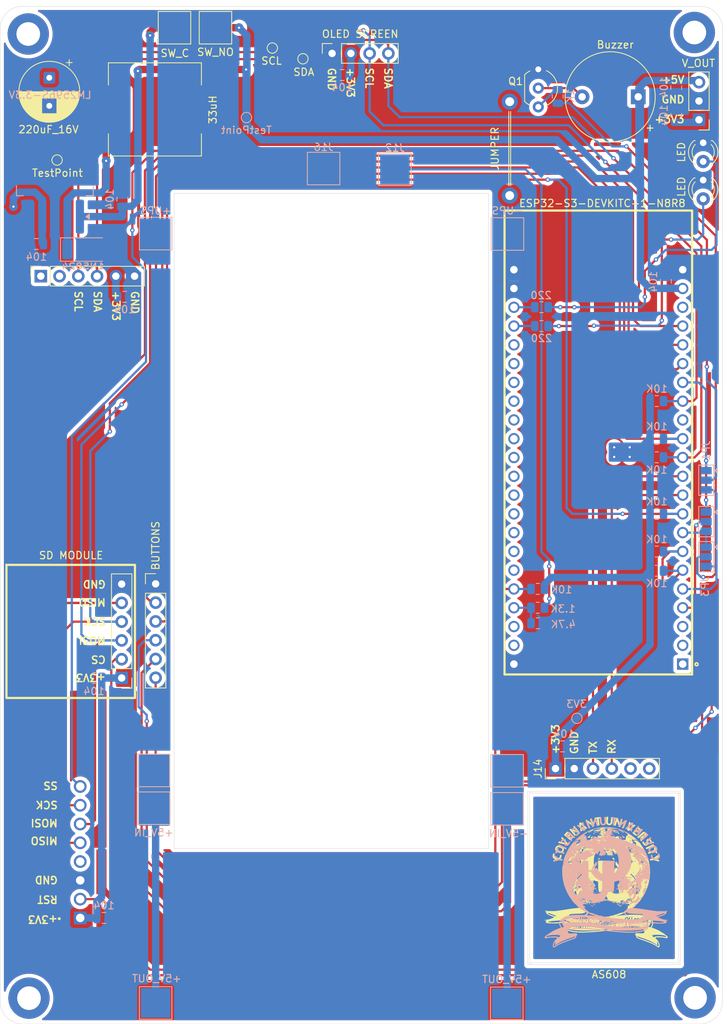
<source format=kicad_pcb>
(kicad_pcb (version 20241229) (generator "pcbnew") (generator_version "9.0")
  (layers (0 "F.Cu" signal) (2 "B.Cu" signal) (13 "F.Paste" user) (15 "B.Paste" user) (5 "F.SilkS" user "F.Silkscreen") (7 "B.SilkS" user "B.Silkscreen") (1 "F.Mask" user) (3 "B.Mask" user) (25 "Edge.Cuts" user))
  (net 0 "")
  (net 1 "GND")
  (net 2 "+3.3V")
  (net 3 "+5V")
  (net 4 "Net-(D1-A)")
  (net 5 "Net-(D2-K)")
  (net 6 "/SCL")
  (net 7 "/SDA")
  (net 8 "Net-(D3-A)")
  (net 10 "/TX")
  (net 11 "/RX")
  (net 12 "/SHARED_MOSI")
  (net 13 "/SD CARD CS")
  (net 14 "/SHARED_SCK")
  (net 15 "/SHARED_MISO")
  (net 16 "/BTN3")
  (net 17 "/BTN2")
  (net 18 "/BTN1")
  (net 19 "/BTN4")
  (net 20 "/BTN5")
  (net 21 "/CS3")
  (net 22 "/RC522 SS")
  (net 23 "/CS1")
  (net 24 "/CS2")
  (net 25 "/RC522 RST")
  (net 27 "Net-(J4-Pin_1)")
  (net 30 "Net-(U1-USB_D-{slash}GPIO19)")
  (net 31 "Net-(U1-USB_D+{slash}GPIO20)")
  (net 32 "Net-(U1-GPIO1)")
  (net 49 "Net-(J3-Pin_1)")
  (net 55 "Net-(J12-Pin_1)")
  (net 56 "Net-(J17-Pin_1)")
  (net 57 "Net-(BZ1--)")
  (net 58 "Net-(JP3-B)")
  (net 59 "Net-(Q1-B)")
  (footprint "MountingHole:MountingHole_3.2mm_M3_DIN965_Pad" (layer "F.Cu") (at 167.1025 161.7)
    (property "Reference" "REF**" (hide yes))
    (property "Value" "MountingHole_3.2mm_M3_DIN965_Pad" (hide yes))
  )
  (footprint "MountingHole:MountingHole_3.2mm_M3_DIN965_Pad" (layer "F.Cu") (at 167.0025 31.15)
    (property "Reference" "REF**" (hide yes))
    (property "Value" "MountingHole_3.2mm_M3_DIN965_Pad" (hide yes))
  )
  (footprint "Capacitor_THT:CP_Radial_D8.0mm_P3.80mm" (layer "F.Cu") (at 79.6525 37.2675 -90)
    (property "Reference" "C6" (hide yes))
    (property "Value" "220uF_16V")
  )
  (footprint "LED_THT:LED_D3.0mm" (layer "F.Cu") (at 168.2 51.11 -90)
    (property "Reference" "D3" (hide yes))
    (property "Value" "LED")
  )
  (footprint "Footprint:RC522 RFID" (layer "F.Cu") (at 111.6 142.45 90)
    (property "Reference" "U3" (hide yes))
    (property "Value" "RC522" (hide yes))
  )
  (footprint "MountingHole:MountingHole_3.2mm_M3_DIN965_Pad" (layer "F.Cu") (at 76.8025 31.35)
    (property "Reference" "REF**" (hide yes))
    (property "Value" "MountingHole_3.2mm_M3_DIN965_Pad" (hide yes))
  )
  (footprint "MountingHole:MountingHole_3.2mm_M3_DIN965_Pad" (layer "F.Cu") (at 76.9025 161.75)
    (property "Reference" "REF**" (hide yes))
    (property "Value" "MountingHole_3.2mm_M3_DIN965_Pad" (hide yes))
  )
  (footprint "TestPoint:TestPoint_Pad_D1.0mm" (layer "F.Cu") (at 114 34.7025)
    (property "Reference" "SDA1" (hide yes))
    (property "Value" "SDA")
  )
  (footprint "TestPoint:TestPoint_Pad_4.0x4.0mm" (layer "F.Cu") (at 102.1525 30.5)
    (property "Reference" "J18" (hide yes))
    (property "Value" "SW_NO")
  )
  (footprint "Connector_PinSocket_2.54mm:PinSocket_1x04_P2.54mm_Vertical" (layer "F.Cu") (at 117.95 33.975 90)
    (property "Reference" "J2" (hide yes))
    (property "Value" "OLED SCREEN")
  )
  (footprint "Package_TO_SOT_THT:TO-92_Inline_Wide" (layer "F.Cu") (at 145.87 36.13 -90)
    (property "Reference" "Q1")
    (property "Value" "2SC1815")
  )
  (footprint "Connector_PinSocket_2.54mm:PinSocket_1x06_P2.54mm_Vertical" (layer "F.Cu") (at 78.5 64.1 90)
    (property "Reference" "J1" (hide yes))
    (property "Value" "RTC")
  )
  (footprint "Connector_PinHeader_2.54mm:PinHeader_1x03_P2.54mm_Vertical" (layer "F.Cu") (at 167.63 42.95 180)
    (property "Reference" "J11" (hide yes))
    (property "Value" "V_OUT")
  )
  (footprint "LED_THT:LED_D3.0mm" (layer "F.Cu") (at 168.2 46.06 -90)
    (property "Reference" "D1" (hide yes))
    (property "Value" "LED")
  )
  (footprint "Connector_PinHeader_2.54mm:PinHeader_1x06_P2.54mm_Vertical" (layer "F.Cu") (at 148.2 130.7 90)
    (property "Reference" "J14")
    (property "Value" "AS608")
  )
  (footprint "Connector_PinHeader_2.54mm:PinHeader_1x06_P2.54mm_Vertical" (layer "F.Cu") (at 89.45 118.45 180)
    (property "Reference" "J15" (hide yes))
    (property "Value" "SD MODULE")
  )
  (footprint "TestPoint:TestPoint_Pad_D1.0mm" (layer "F.Cu") (at 109.8525 33.25)
    (property "Reference" "SCL1" (hide yes))
    (property "Value" "SCL")
  )
  (footprint "PCM_Jumper_AKL:Jumper_P12.70mm_D1.2mm" (layer "F.Cu") (at 142 53.2 90)
    (property "Reference" "REF**" (hide yes))
    (property "Value" "JUMPER")
  )
  (footprint "Inductor_SMD:L_12x12mm_H4.5mm" (layer "F.Cu") (at 93.95 41.55)
    (property "Reference" "L1" (hide yes))
    (property "Value" "33uH")
  )
  (footprint "logo:CULogo" (layer "F.Cu") (at 155.16 145.89)
    (property "Reference" "G***" (hide yes))
    (property "Value" "LOGO" (hide yes))
  )
  (footprint "TestPoint:TestPoint_Pad_D1.0mm" (layer "F.Cu") (at 80.7025 48.4)
    (property "Reference" "3.3V5" (hide yes))
    (property "Value" "TestPoint")
  )
  (footprint "Buzzer_Beeper:Buzzer_12x9.5RM7.6" (layer "F.Cu") (at 159.4025 39.85 180)
    (property "Reference" "BZ1" (hide yes))
    (property "Value" "Buzzer")
  )
  (footprint "Connector_PinHeader_2.54mm:PinHeader_1x06_P2.54mm_Vertical" (layer "F.Cu") (at 94.05 105.72)
    (property "Reference" "J13" (hide yes))
    (property "Value" "BUTTONS")
  )
  (footprint "TestPoint:TestPoint_Pad_4.0x4.0mm" (layer "F.Cu") (at 96.6025 30.5)
    (property "Reference" "J17" (hide yes))
    (property "Value" "SW_C")
  )
  (footprint "Footprint:ESP32-S3-DEVKITC" (layer "F.Cu") (at 154 86.6 180)
    (property "Reference" "U1" (hide yes))
    (property "Value" "ESP32-S3-DEVKITC-1-N8R8")
  )
  (footprint "Capacitor_SMD:C_0805_2012Metric" (layer "B.Cu") (at 163.15 64.8 90)
    (property "Reference" "C3" (hide yes))
    (property "Value" "104")
  )
  (footprint "Resistor_SMD:R_0805_2012Metric" (layer "B.Cu") (at 161.9125 103.95)
    (property "Reference" "R10" (hide yes))
    (property "Value" "10K")
  )
  (footprint "Resistor_SMD:R_0805_2012Metric" (layer "B.Cu") (at 161.9125 96.25)
    (property "Reference" "R8" (hide yes))
    (property "Value" "10K")
  )
  (footprint "TestPoint:TestPoint_Pad_D1.0mm" (layer "B.Cu") (at 151.1025 123.9 180)
    (property "Reference" "3.3V2" (hide yes))
    (property "Value" "3V3")
  )
  (footprint "Capacitor_SMD:C_0805_2012Metric" (layer "B.Cu") (at 89.55 53.7 90)
    (property "Reference" "C4" (hide yes))
    (property "Value" "104")
  )
  (footprint "Resistor_SMD:R_0805_2012Metric" (layer "B.Cu") (at 146.3 68.3 180)
    (property "Reference" "R3" (hide yes))
    (property "Value" "220")
  )
  (footprint "Capacitor_SMD:C_0805_2012Metric" (layer "B.Cu") (at 85.8 118.45 180)
    (property "Reference" "C11" (hide yes))
    (property "Value" "104")
  )
  (footprint "TestPoint:TestPoint_Pad_D1.0mm" (layer "B.Cu") (at 106.3525 42.65 180)
    (property "Reference" "5V1" (hide yes))
    (property "Value" "TestPoint")
  )
  (footprint "Capacitor_SMD:C_0805_2012Metric" (layer "B.Cu") (at 164.55 42.35 90)
    (property "Reference" "C5" (hide yes))
    (property "Value" "104")
  )
  (footprint "logo:CULogo" (layer "B.Cu") (at 154.98 145.91 180)
    (property "Reference" "G***" (hide yes))
    (property "Value" "LOGO" (hide yes))
  )
  (footprint "Capacitor_SMD:C_0805_2012Metric" (layer "B.Cu") (at 149.15 127.7)
    (property "Reference" "C10" (hide yes))
    (property "Value" "104")
  )
  (footprint "Capacitor_SMD:C_0805_2012Metric" (layer "B.Cu") (at 119.3 36.9 180)
    (property "Reference" "C1" (hide yes))
    (property "Value" "104")
  )
  (footprint "Capacitor_SMD:C_0805_2012Metric" (layer "B.Cu") (at 87.05 150.9)
    (property "Reference" "C9" (hide yes))
    (property "Value" "104")
  )
  (footprint "Resistor_SMD:R_0805_2012Metric" (layer "B.Cu") (at 146.3 70.85 180)
    (property "Reference" "R4" (hide yes))
    (property "Value" "220")
  )
  (footprint "TestPoint:TestPoint_Pad_4.0x4.0mm" (layer "B.Cu") (at 141.65 136.15 180)
    (property "Reference" "J6" (hide yes))
    (property "Value" "-5V_IN")
  )
  (footprint "Package_TO_SOT_SMD:TO-263-5_TabPin3" (layer "B.Cu") (at 80.4 48.4 90)
    (property "Reference" "U2" (hide yes))
    (property "Value" "LM2596S-3.3V")
  )
  (footprint "TestPoint:TestPoint_Pad_4.0x4.0mm" (layer "B.Cu") (at 141.6 162.45 180)
    (property "Reference" "J4" (hide yes))
    (property "Value" "+5V_OUT")
  )
  (footprint "TestPoint:TestPoint_Pad_4.0x4.0mm" (layer "B.Cu") (at 141.6525 131 180)
    (property "Reference" "J6" (hide yes))
    (property "Value" "-5V_IN")
  )
  (footprint "Capacitor_SMD:C_0805_2012Metric" (layer "B.Cu") (at 164.55 38.6 -90)
    (property "Reference" "C7" (hide yes))
    (property "Value" "104")
  )
  (footprint "Jumper:SolderJumper-3_P1.3mm_Open_Pad1.0x1.5mm" (layer "B.Cu") (at 168.6025 102.05 -90)
    (property "Reference" "JP3")
    (property "Value" "~")
  )
  (footprint "TestPoint:TestPoint_Pad_4.0x4.0mm" (layer "B.Cu") (at 93.8 136.06 180)
    (property "Reference" "J5" (hide yes))
    (property "Value" "+5V_IN")
  )
  (footprint "TestPoint:TestPoint_Pad_4.0x4.0mm" (layer "B.Cu") (at 116.8 49.55 180)
    (property "Reference" "J16")
    (property "Value" "-BATT")
  )
  (footprint "Jumper:SolderJumper-3_P1.3mm_Open_Pad1.0x1.5mm" (layer "B.Cu") (at 168.6 97.3 -90)
    (property "Reference" "JP2" (hide yes))
    (property "Value" "~")
  )
  (footprint "Capacitor_SMD:C_0805_2012Metric" (layer "B.Cu") (at 89.85 66.9)
    (property "Reference" "C2" (hide yes))
    (property "Value" "104")
  )
  (footprint "TestPoint:TestPoint_Pad_4.0x4.0mm" (layer "B.Cu") (at 141.7 58.4 180)
    (property "Reference" "J10" (hide yes))
    (property "Value" "-UPS")
  )
  (footprint "Resistor_SMD:R_0805_2012Metric" (layer "B.Cu") (at 148.5025 39.8 90)
    (property "Reference" "R12" (hide yes))
    (property "Value" "1K")
  )
  (footprint "TestPoint:TestPoint_Pad_4.0x4.0mm" (layer "B.Cu") (at 126.45 49.65 180)
    (property "Reference" "J12")
    (property "Value" "+BATT")
  )
  (footprint "Resistor_SMD:R_0805_2012Metric" (layer "B.Cu") (at 161.9125 81)
    (property "Reference" "R2" (hide yes))
    (property "Value" "10K")
  )
  (footprint "TestPoint:TestPoint_Pad_4.0x4.0mm" (layer "B.Cu") (at 93.76 130.95 180)
    (property "Reference" "J5" (hide yes))
    (property "Value" "+5V_IN")
  )
  (footprint "Resistor_SMD:R_0805_2012Metric" (layer "B.Cu") (at 161.9125 86.1)
    (property "Reference" "R7" (hide yes))
    (property "Value" "10K")
  )
  (footprint "Jumper:SolderJumper-3_P1.3mm_Open_Pad1.0x1.5mm" (layer "B.Cu") (at 168.6 91.7 -90)
    (property "Reference" "JP1")
    (property "Value" "~")
  )
  (footprint "Resistor_SMD:R_0805_2012Metric" (layer "B.Cu") (at 145.8 108.95 180)
    (property "Reference" "R5" (hide yes))
    (property "Value" "1.3K")
  )
  (footprint "TestPoint:TestPoint_Pad_4.0x4.0mm" (layer "B.Cu") (at 94.05 162.4 180)
    (property "Reference" "J3" (hide yes))
    (property "Value" "+5V_OUT")
  )
  (footprint "Resistor_SMD:R_0805_2012Metric" (layer "B.Cu") (at 161.9125 101.35)
    (property "Reference" "R9" (hide yes))
    (property "Value" "10K")
  )
  (footprint "Resistor_SMD:R_0805_2012Metric" (layer "B.Cu") (at 145.8 106.4 180)
    (property "Reference" "R11" (hide yes))
    (property "Value" "10K")
  )
  (footprint "TestPoint:TestPoint_Pad_4.0x4.0mm" (layer "B.Cu") (at 94.05 58.35 180)
    (property "Reference" "J9" (hide yes))
    (property "Value" "+UPS")
  )
  (footprint "Resistor_SMD:R_0805_2012Metric" (layer "B.Cu") (at 161.9125 88.6)
    (property "Reference" "R1" (hide yes))
    (property "Value" "10K")
  )
  (footprint "Diode_SMD:D_2010_5025Metric" (layer "B.Cu") (at 84.35 60.5)
    (property "Reference" "D2" (hide yes))
    (property "Value" "1N5824")
  )
  (footprint "Capacitor_SMD:C_0805_2012Metric" (layer "B.Cu") (at 77.9 59.75 180)
    (property "Reference" "C8" (hide yes))
    (property "Value" "104")
  )
  (footprint "Resistor_SMD:R_0805_2012Metric" (layer "B.Cu") (at 145.8 111.05)
    (property "Reference" "R6" (hide yes))
    (property "Value" "4.7K")
  )
  (gr_rect (start 73.85 103.15) (end 91.25 121.15) (stroke (width 0.3)) (fill no) (layer "F.SilkS"))
  (gr_line (start 73 162.23) (end 73 30.61) (stroke (width 0.05)) (layer "Edge.Cuts"))
  (gr_line (start 167.81 165.23) (end 76 165.23) (stroke (width 0.05)) (layer "Edge.Cuts"))
  (gr_arc (start 73 30.61) (mid 73.87868 28.48868) (end 76 27.61) (stroke (width 0.05)) (layer "Edge.Cuts"))
  (gr_rect (start 164.845625 134.1475) (end 165.09 156.7575) (stroke (width 0.05)) (fill no) (layer "Edge.Cuts"))
  (gr_rect (start 144.85 133.7675) (end 165.09 134.011875) (stroke (width 0.05)) (fill no) (layer "Edge.Cuts"))
  (gr_arc (start 167.81 27.61) (mid 169.93132 28.48868) (end 170.81 30.61) (stroke (width 0.05)) (layer "Edge.Cuts"))
  (gr_arc (start 170.81 162.23) (mid 169.93132 164.35132) (end 167.81 165.23) (stroke (width 0.05)) (layer "Edge.Cuts"))
  (gr_rect (start 144.85 156.96) (end 165.1 157.204375) (stroke (width 0.05)) (fill no) (layer "Edge.Cuts"))
  (gr_rect (start 96.55 52.9) (end 139.15 141.5) (stroke (width 0.05)) (fill no) (layer "Edge.Cuts"))
  (gr_arc (start 76 165.23) (mid 73.87868 164.35132) (end 73 162.23) (stroke (width 0.05)) (layer "Edge.Cuts"))
  (gr_line (start 170.81 30.61) (end 170.81 162.23) (stroke (width 0.05)) (layer "Edge.Cuts"))
  (gr_rect (start 144.455625 133.77) (end 144.7 157.21) (stroke (width 0.05)) (fill no) (layer "Edge.Cuts"))
  (gr_line (start 76 27.61) (end 167.81 27.61) (stroke (width 0.05)) (layer "Edge.Cuts"))
  (gr_text "GND" (at 87.4025 105.15 180) (layer "F.SilkS") (effects (font (size 1 1) (thickness 0.2) (bold yes)) (justify left bottom)))
  (gr_text "MOSI" (at 87.4025 112.75 180) (layer "F.SilkS") (effects (font (size 1 1) (thickness 0.2) (bold yes)) (justify left bottom)))
  (gr_text "RX" (at 156.4025 128.85 90) (layer "F.SilkS") (effects (font (size 1 1) (thickness 0.2) (bold yes)) (justify left bottom)))
  (gr_text "SDA" (at 85.6025 66 270) (layer "F.SilkS") (effects (font (size 1 1) (thickness 0.2) (bold yes)) (justify left bottom)))
  (gr_text "SCL" (at 83.0025 66 270) (layer "F.SilkS") (effects (font (size 1 1) (thickness 0.2) (bold yes)) (justify left bottom)))
  (gr_text "+3V3" (at 161.500119 43.475 0) (layer "F.SilkS") (effects (font (size 1 1) (thickness 0.2) (bold yes)) (justify left bottom)))
  (gr_text "MOSI" (at 80.9025 137.45 180) (layer "F.SilkS") (effects (font (size 1 1) (thickness 0.2) (bold yes)) (justify left bottom)))
  (gr_text "RST" (at 80.9025 147.8 180) (layer "F.SilkS") (effects (font (size 1 1) (thickness 0.2) (bold yes)) (justify left bottom)))
  (gr_text "SCK" (at 80.9025 135 180) (layer "F.SilkS") (effects (font (size 1 1) (thickness 0.2) (bold yes)) (justify left bottom)))
  (gr_text "+3V3" (at 80.9025 150.5 180) (layer "F.SilkS") (effects (font (size 1 1) (thickness 0.2) (bold yes)) (justify left bottom)))
  (gr_text "MISO" (at 80.9025 139.85 180) (layer "F.SilkS") (effects (font (size 1 1) (thickness 0.2) (bold yes)) (justify left bottom)))
  (gr_text "SDA" (at 124.9525 35.8 270) (layer "F.SilkS") (effects (font (size 1 1) (thickness 0.2) (bold yes)) (justify left bottom)))
  (gr_text "GND" (at 80.9025 145.15 180) (layer "F.SilkS") (effects (font (size 1 1) (thickness 0.2) (bold yes)) (justify left bottom)))
  (gr_text "+3V3" (at 148.8025 128.85 90) (layer "F.SilkS") (effects (font (size 1 1) (thickness 0.2) (bold yes)) (justify left bottom)))
  (gr_text "SCK" (at 87.4025 110.2 180) (layer "F.SilkS") (effects (font (size 1 1) (thickness 0.2) (bold yes)) (justify left bottom)))
  (gr_text "+3V3" (at 119.8525 35.8 270) (layer "F.SilkS") (effects (font (size 1 1) (thickness 0.2) (bold yes)) (justify left bottom)))
  (gr_text "+5V" (at 162.4525 38.125 0) (layer "F.SilkS") (effects (font (size 1 1) (thickness 0.2) (bold yes)) (justify left bottom)))
  (gr_text "+3V3" (at 87.4025 117.8 180) (layer "F.SilkS") (effects (font (size 1 1) (thickness 0.2) (bold yes)) (justify left bottom)))
  (gr_text "CS" (at 87.4025 115.35 180) (layer "F.SilkS") (effects (font (size 1 1) (thickness 0.2) (bold yes)) (justify left bottom)))
  (gr_text "SS" (at 80.9025 132.4 180) (layer "F.SilkS") (effects (font (size 1 1) (thickness 0.2) (bold yes)) (justify left bottom)))
  (gr_text "GND" (at 117.3025 35.8 270) (layer "F.SilkS") (effects (font (size 1 1) (thickness 0.2) (bold yes)) (justify left bottom)))
  (gr_text "SCL" (at 122.4025 35.8 270) (layer "F.SilkS") (effects (font (size 1 1) (thickness 0.2) (bold yes)) (justify left bottom)))
  (gr_text "+3V3" (at 88.1025 66 270) (layer "F.SilkS") (effects (font (size 1 1) (thickness 0.2) (bold yes)) (justify left bottom)))
  (gr_text "GND" (at 162.4525 40.8 0) (layer "F.SilkS") (effects (font (size 1 1) (thickness 0.2) (bold yes)) (justify left bottom)))
  (gr_text "MISO" (at 87.4025 107.6 180) (layer "F.SilkS") (effects (font (size 1 1) (thickness 0.2) (bold yes)) (justify left bottom)))
  (gr_text "TX" (at 153.869167 128.85 90) (layer "F.SilkS") (effects (font (size 1 1) (thickness 0.2) (bold yes)) (justify left bottom)))
  (gr_text "GND" (at 151.335833 128.85 90) (layer "F.SilkS") (effects (font (size 1 1) (thickness 0.2) (bold yes)) (justify left bottom)))
  (gr_text "GND" (at 90.6525 66 270) (layer "F.SilkS") (effects (font (size 1 1) (thickness 0.2) (bold yes)) (justify left bottom)))
  (segment (start 91.2 63.5475) (end 91.2 64.1) (width 1) (layer "B.Cu") (net 1))
  (segment (start 88.1525 60.5) (end 91.2 63.5475) (width 1) (layer "B.Cu") (net 1))
  (segment (start 86.6 60.5) (end 88.1525 60.5) (width 1) (layer "B.Cu") (net 1))
  (segment (start 87.6 67.2) (end 88.66 66.14) (width 1) (layer "F.Cu") (net 2))
  (segment (start 74.8 65.6) (end 76.4 67.2) (width 1) (layer "F.Cu") (net 2))
  (segment (start 76.4 67.2) (end 87.6 67.2) (width 1) (layer "F.Cu") (net 2))
  (segment (start 88.66 66.14) (end 88.66 64.1) (width 1) (layer "F.Cu") (net 2))
  (segment (start 98.9 41.55) (end 98.1 42.35) (width 1) (layer "F.Cu") (net 2))
  (segment (start 74.8 54.7) (end 74.8 65.6) (width 1) (layer "F.Cu") (net 2))
  (via (at 158.25 87.25) (size 1.2) (drill 0.3) (layers "F.Cu" "B.Cu") (net 2))
  (via (at 156.15 88.55) (size 1.2) (drill 0.3) (layers "F.Cu" "B.Cu") (net 2))
  (via (at 158.25 88.55) (size 1.2) (drill 0.3) (layers "F.Cu" "B.Cu") (net 2))
  (via (at 74.8 54.7) (size 1.2) (drill 0.3) (layers "F.Cu" "B.Cu") (net 2))
  (via (at 156.15 87.25) (size 1.2) (drill 0.3) (layers "F.Cu" "B.Cu") (net 2))
  (segment (start 161 86.1) (end 161 88.6) (width 1) (layer "B.Cu") (net 2))
  (segment (start 158.3 88.6) (end 158.25 88.55) (width 1) (layer "B.Cu") (net 2))
  (segment (start 167.28 43.3) (end 167.63 42.95) (width 1) (layer "B.Cu") (net 2))
  (segment (start 148.2 127.7) (end 148.2 126.7525) (width 1) (layer "B.Cu") (net 2))
  (segment (start 161 96.25) (end 161 101.35) (width 1) (layer "B.Cu") (net 2))
  (segment (start 120.49 33.975) (end 120.49 36.66) (width 1) (layer "B.Cu") (net 2))
  (segment (start 75.6 52.75) (end 74.8 53.55) (width 1) (layer "B.Cu") (net 2))
  (segment (start 158.25 88.55) (end 156.15 88.55) (width 1) (layer "B.Cu") (net 2))
  (segment (start 161 88.6) (end 158.3 88.6) (width 1) (layer "B.Cu") (net 2))
  (segment (start 161 105.7) (end 161 103.95) (width 1) (layer "B.Cu") (net 2))
  (segment (start 78.7 53.75) (end 77.7 52.75) (width 1) (layer "B.Cu") (net 2))
  (segment (start 147.65 104.85) (end 159.25 104.85) (width 1) (layer "B.Cu") (net 2))
  (segment (start 160.1 104.85) (end 161 103.95) (width 1) (layer "B.Cu") (net 2))
  (segment (start 86.1 148.7) (end 86.75 148.05) (width 1) (layer "B.Cu") (net 2))
  (segment (start 161 104.45) (end 161 103.9) (width 1) (layer "B.Cu") (net 2))
  (segment (start 161 81) (end 161 86.1) (width 1) (layer "B.Cu") (net 2))
  (segment (start 120.49 36.66) (end 120.25 36.9) (width 1) (layer "B.Cu") (net 2))
  (segment (start 86.75 118.45) (end 89.45 118.45) (width 1) (layer "B.Cu") (net 2))
  (segment (start 86.75 148.05) (end 86.75 118.45) (width 1) (layer "B.Cu") (net 2))
  (segment (start 159.25 104.85) (end 160.15 104.85) (width 1) (layer "B.Cu") (net 2))
  (segment (start 78.7 56.05) (end 78.7 53.75) (width 1) (layer "B.Cu") (net 2))
  (segment (start 156.15 87.25) (end 156.15 88.55) (width 1) (layer "B.Cu") (net 2))
  (segment (start 161 81) (end 161 80.4) (width 1) (layer "B.Cu") (net 2))
  (segment (start 146.7125 105.7875) (end 147.65 104.85) (width 1) (layer "B.Cu") (net 2))
  (segment (start 161 88.6) (end 161 96.25) (width 1) (layer "B.Cu") (net 2))
  (segment (start 148.2 126.7525) (end 161 113.9525) (width 1) (layer "B.Cu") (net 2))
  (segment (start 158.25 87.25) (end 158.25 88.55) (width 1) (layer "B.Cu") (net 2))
  (segment (start 161 101.35) (end 161 103.9) (width 1) (layer "B.Cu") (net 2))
  (segment (start 88.66 64.1) (end 88.66 66.66) (width 1) (layer "B.Cu") (net 2))
  (segment (start 146.7125 106.4) (end 146.7125 105.7875) (width 1) (layer "B.Cu") (net 2))
  (segment (start 148.2 130.7) (end 148.2 127.7) (width 1) (layer "B.Cu") (net 2))
  (segment (start 74.8 53.55) (end 74.8 54.7) (width 1) (layer "B.Cu") (net 2))
  (segment (start 159.25 104.85) (end 160.1 104.85) (width 1) (layer "B.Cu") (net 2))
  (segment (start 164.55 43.3) (end 167.28 43.3) (width 1) (layer "B.Cu") (net 2))
  (segment (start 161 103.9) (end 161 103.85) (width 1) (layer "B.Cu") (net 2))
  (segment (start 78.7 56.05) (end 78.7 59.6) (width 1) (layer "B.Cu") (net 2))
  (segment (start 86.1 150.9) (end 83.84 150.9) (width 1) (layer "B.Cu") (net 2))
  (segment (start 86.1 150.9) (end 86.1 148.7) (width 1) (layer "B.Cu") (net 2))
  (segment (start 77.7 52.75) (end 75.6 52.75) (width 1) (layer "B.Cu") (net 2))
  (segment (start 160.15 104.85) (end 161 105.7) (width 1) (layer "B.Cu") (net 2))
  (segment (start 161 113.9525) (end 161 105.7) (width 1) (layer "B.Cu") (net 2))
  (segment (start 160.6 104.85) (end 161 104.45) (width 1) (layer "B.Cu") (net 2))
  (segment (start 88.66 66.66) (end 88.9 66.9) (width 1) (layer "B.Cu") (net 2))
  (segment (start 78.7 59.6) (end 78.85 59.75) (width 1) (layer "B.Cu") (net 2))
  (segment (start 159.25 104.85) (end 160.6 104.85) (width 1) (layer "B.Cu") (net 2))
  (segment (start 105.35 30.5) (end 102.1525 30.5) (width 1) (layer "F.Cu") (net 3))
  (segment (start 91.8525 36.15) (end 106.3 36.15) (width 1) (layer "F.Cu") (net 3))
  (segment (start 91.6525 36.35) (end 91.8525 36.15) (width 1) (layer "F.Cu") (net 3))
  (via (at 91.6525 36.35) (size 1.2) (drill 0.3) (layers "F.Cu" "B.Cu") (net 3))
  (via (at 106.3 36.15) (size 1.2) (drill 0.3) (layers "F.Cu" "B.Cu") (net 3))
  (via (at 105.35 30.5) (size 1.2) (drill 0.3) (layers "F.Cu" "B.Cu") (net 3))
  (segment (start 159.5 50.8) (end 159.5 49.6) (width 1) (layer "B.Cu") (net 3))
  (segment (start 163.15 65.75) (end 161 65.75) (width 1) (layer "B.Cu") (net 3))
  (segment (start 157.15 50.9) (end 158.2 50.9) (width 1) (layer "B.Cu") (net 3))
  (segment (start 148.35 45.65) (end 153.6 50.9) (width 1) (layer "B.Cu") (net 3))
  (segment (start 159.7 53.95) (end 159.7 52) (width 1) (layer "B.Cu") (net 3))
  (segment (start 153.6 50.9) (end 157.15 50.9) (width 1) (layer "B.Cu") (net 3))
  (segment (start 159.6 50.9) (end 159.5 50.8) (width 1) (layer "B.Cu") (net 3))
  (segment (start 160.5 37.65) (end 162.45 37.65) (width 1) (layer "B.Cu") (net 3))
  (segment (start 91.6525 40.3475) (end 91.65 40.35) (width 1) (layer "B.Cu") (net 3))
  (segment (start 159.7 64.45) (end 159.7 58.082538) (width 1) (layer "B.Cu") (net 3))
  (segment (start 164.55 37.65) (end 167.41 37.65) (width 1) (layer "B.Cu") (net 3))
  (segment (start 159.7 52) (end 159.7 51) (width 1) (layer "B.Cu") (net 3))
  (segment (start 90.81375 54.65) (end 89.55 54.65) (width 1) (layer "B.Cu") (net 3))
  (segment (start 158.6 50.9) (end 159.7 52) (width 1) (layer "B.Cu") (net 3))
  (segment (start 105.35 30.5) (end 106.4 31.55) (width 1) (layer "B.Cu") (net 3))
  (segment (start 91.6525 36.35) (end 91.6525 40.3475) (width 1) (layer "B.Cu") (net 3))
  (segment (start 91.65 53.81375) (end 90.81375 54.65) (width 1) (layer "B.Cu") (net 3))
  (segment (start 106.4 43.65) (end 108.4 45.65) (width 1) (layer "B.Cu") (net 3))
  (segment (start 106.3 43.55) (end 106.4 43.65) (width 1) (layer "B.Cu") (net 3))
  (segment (start 89.55 54.65) (end 89.55 56.05) (width 1) (layer "B.Cu") (net 3))
  (segment (start 161 65.75) (end 159.7 64.45) (width 1) (layer "B.Cu") (net 3))
  (segment (start 91.65 40.35) (end 91.65 53.81375) (width 1) (layer "B.Cu") (net 3))
  (segment (start 106.3 36.15) (end 106.4 36.05) (width 1) (layer "B.Cu") (net 3))
  (segment (start 163.15 65.75) (end 165.41 65.75) (width 1) (layer "B.Cu") (net 3))
  (segment (start 159.5 38.65) (end 160.5 37.65) (width 1) (layer "B.Cu") (net 3))
  (segment (start 108.4 45.65) (end 148.35 45.65) (width 1) (layer "B.Cu") (net 3))
  (segment (start 157.15 50.9) (end 159.6 50.9) (width 1) (layer "B.Cu") (net 3))
  (segment (start 106.3 36.15) (end 106.3 43.55) (width 1) (layer "B.Cu") (net 3))
  (segment (start 159.7 38.45) (end 160.5 37.65) (width 1) (layer "B.Cu") (net 3))
  (segment (start 157.15 50.9) (end 158.6 50.9) (width 1) (layer "B.Cu") (net 3))
  (segment (start 106.4 31.55) (end 106.4 43.65) (width 1) (layer "B.Cu") (net 3))
  (segment (start 159.7 51) (end 159.6 50.9) (width 1) (layer "B.Cu") (net 3))
  (segment (start 87.6 56.05) (end 83.8 56.05) (width 1) (layer "B.Cu") (net 3))
  (segment (start 167.41 37.65) (end 167.63 37.87) (width 1) (layer "B.Cu") (net 3))
  (segment (start 158.2 50.9) (end 159.5 49.6) (width 1) (layer "B.Cu") (net 3))
  (segment (start 159.7 58.082538) (end 159.7 53.95) (width 1) (layer "B.Cu") (net 3))
  (segment (start 159.7 53.95) (end 159.7 38.45) (width 1) (layer "B.Cu") (net 3))
  (segment (start 159.5 49.6) (end 159.5 38.65) (width 1) (layer "B.Cu") (net 3))
  (segment (start 89.55 56.05) (end 87.6 56.05) (width 1) (layer "B.Cu") (net 3))
  (segment (start 106.4 36.05) (end 106.4 31.55) (width 1) (layer "B.Cu") (net 3))
  (segment (start 162.45 37.65) (end 164.55 37.65) (width 1) (layer "B.Cu") (net 3))
  (segment (start 165.41 65.75) (end 165.43 65.77) (width 1) (layer "B.Cu") (net 3))
  (segment (start 161.80724 61.854893) (end 160.95 62.712133) (width 0.3) (layer "F.Cu") (net 4))
  (segment (start 160.95 62.75) (end 160.3 63.4) (width 0.3) (layer "F.Cu") (net 4))
  (segment (start 160.95 62.712133) (end 160.95 62.75) (width 0.3) (layer "F.Cu") (net 4))
  (segment (start 160.3 63.4) (end 160.3 66.9) (width 0.3) (layer "F.Cu") (net 4))
  (segment (start 150.75 68.3) (end 148.85 68.3) (width 0.3) (layer "F.Cu") (net 4))
  (via (at 161.80724 61.854893) (size 0.6) (drill 0.3) (layers "F.Cu" "B.Cu") (net 4))
  (via (at 150.75 68.3) (size 0.6) (drill 0.3) (layers "F.Cu" "B.Cu") (net 4))
  (via (at 148.85 68.3) (size 0.6) (drill 0.3) (layers "F.Cu" "B.Cu") (net 4))
  (via (at 160.3 66.9) (size 0.6) (drill 0.3) (layers "F.Cu" "B.Cu") (net 4))
  (segment (start 169.699 48.6) (end 168.2 48.6) (width 0.3) (layer "B.Cu") (net 4))
  (segment (start 160.3 67.75) (end 160.3 66.9) (width 0.3) (layer "B.Cu") (net 4))
  (segment (start 159.75 68.3) (end 160.3 67.75) (width 0.3) (layer "B.Cu") (net 4))
  (segment (start 161.820107 61.854893) (end 163.125 60.55) (width 0.3) (layer "B.Cu") (net 4))
  (segment (start 150.75 68.3) (end 159.75 68.3) (width 0.3) (layer "B.Cu") (net 4))
  (segment (start 148.85 68.3) (end 147.2125 68.3) (width 0.3) (layer "B.Cu") (net 4))
  (segment (start 163.125 60.55) (end 169.35 60.55) (width 0.3) (layer "B.Cu") (net 4))
  (segment (start 169.35 60.55) (end 169.999 59.901) (width 0.3) (layer "B.Cu") (net 4))
  (segment (start 161.80724 61.854893) (end 161.820107 61.854893) (width 0.3) (layer "B.Cu") (net 4))
  (segment (start 169.999 48.9) (end 169.699 48.6) (width 0.3) (layer "B.Cu") (net 4))
  (segment (start 169.999 59.901) (end 169.999 48.9) (width 0.3) (layer "B.Cu") (net 4))
  (segment (start 87.3525 46.02625) (end 89 44.37875) (width 1) (layer "F.Cu") (net 5))
  (segment (start 87.3525 48.5025) (end 87.3525 46.02625) (width 1) (layer "F.Cu") (net 5))
  (segment (start 89 44.37875) (end 89 41.55) (width 1) (layer "F.Cu") (net 5))
  (via (at 87.3525 48.5025) (size 1.2) (drill 0.3) (layers "F.Cu" "B.Cu") (net 5))
  (segment (start 87.3525 48.5025) (end 87.3525 52.1975) (width 1) (layer "B.Cu") (net 5))
  (segment (start 86.701 52.849) (end 83.016312 52.849) (width 1) (layer "B.Cu") (net 5))
  (segment (start 83.016312 52.849) (end 82.1 53.765312) (width 1) (layer "B.Cu") (net 5))
  (segment (start 82.1 56.05) (end 82.1 60.5) (width 1) (layer "B.Cu") (net 5))
  (segment (start 87.3525 52.1975) (end 86.701 52.849) (width 1) (layer "B.Cu") (net 5))
  (segment (start 82.1 53.765312) (end 82.1 56.05) (width 1) (layer "B.Cu") (net 5))
  (segment (start 109.314375 33.8) (end 112.264375 30.85) (width 0.3) (layer "F.Cu") (net 6))
  (segment (start 112.264375 30.85) (end 122.2 30.85) (width 0.3) (layer "F.Cu") (net 6))
  (segment (start 123.05 33.995) (end 123.03 33.975) (width 0.3) (layer "F.Cu") (net 6))
  (segment (start 166.84 81.01) (end 165.43 81.01) (width 0.3) (layer "F.Cu") (net 6))
  (segment (start 85.0525 33.8) (end 109.314375 33.8) (width 0.3) (layer "F.Cu") (net 6))
  (segment (start 83.58 64.1) (end 83.58 35.2725) (width 0.3) (layer "F.Cu") (net 6))
  (segment (start 167.3 80.55) (end 166.84 81.01) (width 0.3) (layer "F.Cu") (net 6))
  (segment (start 83.58 35.2725) (end 85.0525 33.8) (width 0.3) (layer "F.Cu") (net 6))
  (segment (start 154.95 48.65) (end 167.3 61) (width 0.3) (layer "F.Cu") (net 6))
  (segment (start 167.3 61) (end 167.3 80.55) (width 0.3) (layer "F.Cu") (net 6))
  (via (at 122.2 30.85) (size 0.6) (drill 0.3) (layers "F.Cu" "B.Cu") (net 6))
  (via (at 154.95 48.65) (size 0.6) (drill 0.3) (layers "F.Cu" "B.Cu") (net 6))
  (segment (start 154.95 48.65) (end 150 43.7) (width 0.3) (layer "B.Cu") (net 6))
  (segment (start 123.03 31.68) (end 123.03 33.975) (width 0.3) (layer "B.Cu") (net 6))
  (segment (start 122.2 30.85) (end 123.03 31.68) (width 0.3) (layer "B.Cu") (net 6))
  (segment (start 165.42 81) (end 165.43 81.01) (width 0.3) (layer "B.Cu") (net 6))
  (segment (start 150 43.7) (end 124.9 43.7) (width 0.3) (layer "B.Cu") (net 6))
  (segment (start 124.9 43.7) (end 123.03 41.83) (width 0.3) (layer "B.Cu") (net 6))
  (segment (start 162.825 81) (end 165.42 81) (width 0.3) (layer "B.Cu") (net 6))
  (segment (start 123.03 41.83) (end 123.03 33.975) (width 0.3) (layer "B.Cu") (net 6))
  (segment (start 125.5525 32.8) (end 125.5525 33.2025) (width 0.3) (layer "F.Cu") (net 7))
  (segment (start 86.12 64.1) (end 86.12 35.9325) (width 0.3) (layer "F.Cu") (net 7))
  (segment (start 125.5525 33.2025) (end 125.57 33.22) (width 0.3) (layer "F.Cu") (net 7))
  (segment (start 167.02 88.63) (end 165.43 88.63) (width 0.3) (layer "F.Cu") (net 7))
  (segment (start 156.05 48.15) (end 167.949 60.049) (width 0.3) (layer "F.Cu") (net 7))
  (segment (start 86.12 35.9325) (end 87.3025 34.75) (width 0.3) (layer "F.Cu") (net 7))
  (segment (start 125.57 33.22) (end 125.57 33.975) (width 0.3) (layer "F.Cu") (net 7))
  (segment (start 167.949 87.701) (end 167.02 88.63) (width 0.3) (layer "F.Cu") (net 7))
  (segment (start 87.3025 34.75) (end 114 34.75) (width 0.3) (layer "F.Cu") (net 7))
  (segment (start 167.949 60.049) (end 167.949 87.701) (width 0.3) (layer "F.Cu") (net 7))
  (segment (start 124.9025 32.15) (end 125.5525 32.8) (width 0.3) (layer "F.Cu") (net 7))
  (segment (start 114 34.75) (end 116.6 32.15) (width 0.3) (layer "F.Cu") (net 7))
  (segment (start 116.6 32.15) (end 124.9025 32.15) (width 0.3) (layer "F.Cu") (net 7))
  (via (at 156.05 48.15) (size 0.6) (drill 0.3) (layers "F.Cu" "B.Cu") (net 7))
  (segment (start 162.825 88.6) (end 165.4 88.6) (width 0.3) (layer "B.Cu") (net 7))
  (segment (start 165.4 88.6) (end 165.43 88.63) (width 0.3) (layer "B.Cu") (net 7))
  (segment (start 125.57 41.07) (end 125.57 33.975) (width 0.3) (layer "B.Cu") (net 7))
  (segment (start 150.5 42.6) (end 127.1 42.6) (width 0.3) (layer "B.Cu") (net 7))
  (segment (start 127.1 42.6) (end 125.57 41.07) (width 0.3) (layer "B.Cu") (net 7))
  (segment (start 156.05 48.15) (end 150.5 42.6) (width 0.3) (layer "B.Cu") (net 7))
  (segment (start 162.6 59.425) (end 162.6 70.1) (width 0.3) (layer "F.Cu") (net 8))
  (segment (start 153.4 70.8) (end 153.35 70.85) (width 0.3) (layer "F.Cu") (net 8))
  (segment (start 163.85 59.15) (end 162.875 59.15) (width 0.3) (layer "F.Cu") (net 8))
  (segment (start 153.35 70.85) (end 148.65 70.85) (width 0.3) (layer "F.Cu") (net 8))
  (segment (start 162.875 59.15) (end 162.6 59.425) (width 0.3) (layer "F.Cu") (net 8))
  (via (at 153.4 70.8) (size 0.6) (drill 0.3) (layers "F.Cu" "B.Cu") (net 8))
  (via (at 162.6 70.1) (size 0.6) (drill 0.3) (layers "F.Cu" "B.Cu") (net 8))
  (via (at 163.85 59.15) (size 0.6) (drill 0.3) (layers "F.Cu" "B.Cu") (net 8))
  (via (at 148.65 70.85) (size 0.6) (drill 0.3) (layers "F.Cu" "B.Cu") (net 8))
  (segment (start 162.6 70.3) (end 162.1 70.8) (width 0.3) (layer "B.Cu") (net 8))
  (segment (start 162.1 70.8) (end 153.4 70.8) (width 0.3) (layer "B.Cu") (net 8))
  (segment (start 168.2 53.65) (end 168.2 58.45) (width 0.3) (layer "B.Cu") (net 8))
  (segment (start 148.65 70.85) (end 147.2125 70.85) (width 0.3) (layer "B.Cu") (net 8))
  (segment (start 167.5 59.15) (end 163.85 59.15) (width 0.3) (layer "B.Cu") (net 8))
  (segment (start 168.2 58.45) (end 167.5 59.15) (width 0.3) (layer "B.Cu") (net 8))
  (segment (start 162.6 70.1) (end 162.6 70.3) (width 0.3) (layer "B.Cu") (net 8))
  (segment (start 157.24 93.71) (end 155.82 95.13) (width 0.3) (layer "F.Cu") (net 10))
  (segment (start 165.43 93.71) (end 157.24 93.71) (width 0.3) (layer "F.Cu") (net 10))
  (segment (start 155.82 95.13) (end 155.82 130.7) (width 0.3) (layer "F.Cu") (net 10))
  (segment (start 153.28 130.7) (end 153.28 92.57) (width 0.3) (layer "F.Cu") (net 11))
  (segment (start 153.28 92.57) (end 154.68 91.17) (width 0.3) (layer "F.Cu") (net 11))
  (segment (start 154.68 91.17) (end 165.43 91.17) (width 0.3) (layer "F.Cu") (net 11))
  (segment (start 164.665 76.695) (end 158.215 76.695) (width 0.3) (layer "F.Cu") (net 12))
  (segment (start 83.84 138.2) (end 85.3 138.2) (width 0.3) (layer "F.Cu") (net 12))
  (segment (start 85.85 114.25) (end 86.73 113.37) (width 0.3) (layer "F.Cu") (net 12))
  (segment (start 85.3 138.2) (end 85.85 137.65) (width 0.3) (layer "F.Cu") (net 12))
  (segment (start 157.5 75.98) (end 157.5 55.65) (width 0.3) (layer "F.Cu") (net 12))
  (segment (start 86.73 113.37) (end 89.45 113.37) (width 0.3) (layer "F.Cu") (net 12))
  (segment (start 85.85 137.65) (end 85.85 114.25) (width 0.3) (layer "F.Cu") (net 12))
  (segment (start 158.215 76.695) (end 157.5 75.98) (width 0.3) (layer "F.Cu") (net 12))
  (segment (start 165.43 75.93) (end 164.665 76.695) (width 0.3) (layer "F.Cu") (net 12))
  (segment (start 157.5 55.65) (end 151.25 49.4) (width 0.3) (layer "F.Cu") (net 12))
  (segment (start 151.25 49.4) (end 95.3 49.4) (width 0.3) (layer "F.Cu") (net 12))
  (segment (start 94.1 76.8) (end 89.45 81.45) (width 0.3) (layer "F.Cu") (net 12))
  (segment (start 95.3 49.4) (end 94.1 50.6) (width 0.3) (layer "F.Cu") (net 12))
  (segment (start 94.1 50.6) (end 94.1 76.8) (width 0.3) (layer "F.Cu") (net 12))
  (via (at 89.45 81.45) (size 0.6) (drill 0.3) (layers "F.Cu" "B.Cu") (net 12))
  (segment (start 84 86.9) (end 84 112.55) (width 0.3) (layer "B.Cu") (net 12))
  (segment (start 84 112.55) (end 84.82 113.37) (width 0.3) (layer "B.Cu") (net 12))
  (segment (start 84.82 113.37) (end 89.45 113.37) (width 0.3) (layer "B.Cu") (net 12))
  (segment (start 89.45 81.45) (end 84 86.9) (width 0.3) (layer "B.Cu") (net 12))
  (segment (start 89.45 115.91) (end 88.57 115.91) (width 0.3) (layer "F.Cu") (net 13))
  (segment (start 169.35 109.75) (end 167.1025 107.5025) (width 0.3) (layer "F.Cu") (net 13))
  (segment (start 169.35 123) (end 169.35 109.75) (width 0.3) (layer "F.Cu") (net 13))
  (segment (start 167.1025 107.5025) (end 167.1025 97.972) (width 0.3) (layer "F.Cu") (net 13))
  (segment (start 166.55 156.75125) (end 166.55 125.8) (width 0.3) (layer "F.Cu") (net 13))
  (segment (start 90.525 149.125) (end 90.525 155.125) (width 0.3) (layer "F.Cu") (net 13))
  (segment (start 165.40125 157.9) (end 166.55 156.75125) (width 0.3) (layer "F.Cu") (net 13))
  (segment (start 166.55 125.8) (end 167.15 125.2) (width 0.3) (layer "F.Cu") (net 13))
  (segment (start 88.57 115.91) (end 88.049 116.431) (width 0.3) (layer "F.Cu") (net 13))
  (segment (start 93.3 157.9) (end 165.40125 157.9) (width 0.3) (layer "F.Cu") (net 13))
  (segment (start 90.525 155.125) (end 93.3 157.9) (width 0.3) (layer "F.Cu") (net 13))
  (segment (start 167.1025 97.972) (end 167.2745 97.8) (width 0.3) (layer "F.Cu") (net 13))
  (segment (start 88.049 116.431) (end 88.049 146.649) (width 0.3) (layer "F.Cu") (net 13))
  (segment (start 88.049 146.649) (end 90.525 149.125) (width 0.3) (layer "F.Cu") (net 13))
  (via (at 167.2745 97.8) (size 0.6) (drill 0.3) (layers "F.Cu" "B.Cu") (net 13))
  (via (at 169.35 123) (size 0.6) (drill 0.3) (layers "F.Cu" "B.Cu") (net 13))
  (via (at 167.15 125.2) (size 0.6) (drill 0.3) (layers "F.Cu" "B.Cu") (net 13))
  (segment (start 168.6 97.3) (end 167.7745 97.3) (width 0.3) (layer "B.Cu") (net 13))
  (segment (start 169.35 123) (end 167.15 125.2) (width 0.3) (layer "B.Cu") (net 13))
  (segment (start 167.7745 97.3) (end 167.2745 97.8) (width 0.3) (layer "B.Cu") (net 13))
  (segment (start 82.92 110.83) (end 89.45 110.83) (width 0.3) (layer "F.Cu") (net 14))
  (segment (start 158.1 54.9) (end 158.1 73.25) (width 0.3) (layer "F.Cu") (net 14))
  (segment (start 87.85 81.3) (end 93.3 75.85) (width 0.3) (layer "F.Cu") (net 14))
  (segment (start 81.8 135.05) (end 81.8 111.95) (width 0.3) (layer "F.Cu") (net 14))
  (segment (start 158.1 73.25) (end 158.24 73.39) (width 0.3) (layer "F.Cu") (net 14))
  (segment (start 151.8 48.6) (end 158.1 54.9) (width 0.3) (layer "F.Cu") (net 14))
  (segment (start 93.3 50.2) (end 94.9 48.6) (width 0.3) (layer "F.Cu") (net 14))
  (segment (start 158.24 73.39) (end 165.43 73.39) (width 0.3) (layer "F.Cu") (net 14))
  (segment (start 83.84 135.66) (end 82.41 135.66) (width 0.3) (layer "F.Cu") (net 14))
  (segment (start 94.9 48.6) (end 151.8 48.6) (width 0.3) (layer "F.Cu") (net 14))
  (segment (start 81.8 111.95) (end 82.92 110.83) (width 0.3) (layer "F.Cu") (net 14))
  (segment (start 82.41 135.66) (end 81.8 135.05) (width 0.3) (layer "F.Cu") (net 14))
  (segment (start 93.3 75.85) (end 93.3 50.2) (width 0.3) (layer "F.Cu") (net 14))
  (segment (start 87.85 85.1) (end 87.85 81.3) (width 0.3) (layer "F.Cu") (net 14))
  (via (at 87.85 85.1) (size 0.6) (drill 0.3) (layers "F.Cu" "B.Cu") (net 14))
  (segment (start 85.2 87.75) (end 85.2 110.35) (width 0.3) (layer "B.Cu") (net 14))
  (segment (start 85.68 110.83) (end 89.45 110.83) (width 0.3) (layer "B.Cu") (net 14))
  (segment (start 87.85 85.1) (end 85.2 87.75) (width 0.3) (layer "B.Cu") (net 14))
  (segment (start 85.2 110.35) (end 85.68 110.83) (width 0.3) (layer "B.Cu") (net 14))
  (segment (start 81.7 108.29) (end 80.85 108.29) (width 0.3) (layer "F.Cu") (net 15))
  (segment (start 92.601 49.849) (end 94.65 47.8) (width 0.3) (layer "F.Cu") (net 15))
  (segment (start 81.7 108.29) (end 81.51 108.29) (width 0.3) (layer "F.Cu") (net 15))
  (segment (start 80.25 109.55) (end 80.25 139.55) (width 0.3) (layer "F.Cu") (net 15))
  (segment (start 81.44 140.74) (end 83.84 140.74) (width 0.3) (layer "F.Cu") (net 15))
  (segment (start 80.26 108.29) (end 89.45 108.29) (width 0.3) (layer "F.Cu") (net 15))
  (segment (start 80.25 109.55) (end 80.25 108.65) (width 0.3) (layer "F.Cu") (net 15))
  (segment (start 80.25 108.3) (end 80.26 108.29) (width 0.3) (layer "F.Cu") (net 15))
  (segment (start 92.601 74.649) (end 92.601 49.849) (width 0.3) (layer "F.Cu") (net 15))
  (segment (start 80.25 139.55) (end 81.44 140.74) (width 0.3) (layer "F.Cu") (net 15))
  (segment (start 158.7 69.9) (end 159.65 70.85) (width 0.3) (layer "F.Cu") (net 15))
  (segment (start 94.65 47.8) (end 152.55 47.8) (width 0.3) (layer "F.Cu") (net 15))
  (segment (start 159.65 70.85) (end 165.43 70.85) (width 0.3) (layer "F.Cu") (net 15))
  (segment (start 80.85 108.29) (end 80.61 108.29) (width 0.3) (layer "F.Cu") (net 15))
  (segment (start 80.85 108.29) (end 80.64 108.29) (width 0.3) (layer "F.Cu") (net 15))
  (segment (start 81.5 108.3) (end 80.25 108.3) (width 0.3) (layer "F.Cu") (net 15))
  (segment (start 80.61 108.29) (end 80.25 108.65) (width 0.3) (layer "F.Cu") (net 15))
  (segment (start 80.25 107.9) (end 80.25 87) (width 0.3) (layer "F.Cu") (net 15))
  (segment (start 81.51 108.29) (end 81.5 108.3) (width 0.3) (layer "F.Cu") (net 15))
  (segment (start 80.64 108.29) (end 80.25 107.9) (width 0.3) (layer "F.Cu") (net 15))
  (segment (start 152.55 47.8) (end 158.7 53.95) (width 0.3) (layer "F.Cu") (net 15))
  (segment (start 158.7 53.95) (end 158.7 69.9) (width 0.3) (layer "F.Cu") (net 15))
  (segment (start 80.25 108.3) (end 80.25 107.9) (width 0.3) (layer "F.Cu") (net 15))
  (segment (start 80.25 87) (end 92.601 74.649) (width 0.3) (layer "F.Cu") (net 15))
  (segment (start 89.45 108.29) (end 81.7 108.29) (width 0.3) (layer "F.Cu") (net 15))
  (segment (start 80.25 108.65) (end 80.25 108.3) (width 0.3) (layer "F.Cu") (net 15))
  (segment (start 92.85 124.3) (end 92.85 143.15) (width 0.3) (layer "F.Cu") (net 16))
  (segment (start 162.7 102.35) (end 163.72 101.33) (width 0.3) (layer "F.Cu") (net 16))
  (segment (start 161.63 132.45) (end 162.7 131.38) (width 0.3) (layer "F.Cu") (net 16))
  (segment (start 140.95 133.03) (end 141.53 132.45) (width 0.3) (layer "F.Cu") (net 16))
  (segment (start 140.95 146.05) (end 140.95 133.03) (width 0.3) (layer "F.Cu") (net 16))
  (segment (start 162.7 131.38) (end 162.7 102.35) (width 0.3) (layer "F.Cu") (net 16))
  (segment (start 163.72 101.33) (end 165.43 101.33) (width 0.3) (layer "F.Cu") (net 16))
  (segment (start 141.53 132.45) (end 161.63 132.45) (width 0.3) (layer "F.Cu") (net 16))
  (segment (start 139.35 147.65) (end 140.95 146.05) (width 0.3) (layer "F.Cu") (net 16))
  (segment (start 97.35 147.65) (end 139.35 147.65) (width 0.3) (layer "F.Cu") (net 16))
  (segment (start 92.85 143.15) (end 97.35 147.65) (width 0.3) (layer "F.Cu") (net 16))
  (via (at 92.85 124.3) (size 0.6) (drill 0.3) (layers "F.Cu" "B.Cu") (net 16))
  (segment (start 92.85 123.45) (end 91.75 122.35) (width 0.3) (layer "B.Cu") (net 16))
  (segment (start 92.61 113.34) (end 94.05 113.34) (width 0.3) (layer "B.Cu") (net 16))
  (segment (start 165.41 101.35) (end 165.43 101.33) (width 0.3) (layer "B.Cu") (net 16))
  (segment (start 91.75 122.35) (end 91.75 114.2) (width 0.3) (layer "B.Cu") (net 16))
  (segment (start 91.75 114.2) (end 92.61 113.34) (width 0.3) (layer "B.Cu") (net 16))
  (segment (start 92.85 124.3) (end 92.85 123.45) (width 0.3) (layer "B.Cu") (net 16))
  (segment (start 162.825 101.35) (end 165.41 101.35) (width 0.3) (layer "B.Cu") (net 16))
  (segment (start 163.45 131.8) (end 163.45 105.85) (width 0.3) (layer "F.Cu") (net 17))
  (segment (start 140.85 150) (end 142.05 148.8) (width 0.3) (layer "F.Cu") (net 17))
  (segment (start 94.05 115.88) (end 94.02 115.88) (width 0.3) (layer "F.Cu") (net 17))
  (segment (start 92.15 117.75) (end 92.15 146.55) (width 0.3) (layer "F.Cu") (net 17))
  (segment (start 142.05 133.44) (end 142.54 132.95) (width 0.3) (layer "F.Cu") (net 17))
  (segment (start 95.6 150) (end 140.85 150) (width 0.3) (layer "F.Cu") (net 17))
  (segment (start 163.45 105.85) (end 165.43 103.87) (width 0.3) (layer "F.Cu") (net 17))
  (segment (start 142.54 132.95) (end 162.3 132.95) (width 0.3) (layer "F.Cu") (net 17))
  (segment (start 142.05 148.8) (end 142.05 133.44) (width 0.3) (layer "F.Cu") (net 17))
  (segment (start 92.15 146.55) (end 95.6 150) (width 0.3) (layer "F.Cu") (net 17))
  (segment (start 162.3 132.95) (end 163.45 131.8) (width 0.3) (layer "F.Cu") (net 17))
  (segment (start 94.02 115.88) (end 92.15 117.75) (width 0.3) (layer "F.Cu") (net 17))
  (segment (start 162.825 103.95) (end 165.35 103.95) (width 0.3) (layer "B.Cu") (net 17))
  (segment (start 165.35 103.95) (end 165.43 103.87) (width 0.3) (layer "B.Cu") (net 17))
  (segment (start 141.34 106.41) (end 142.57 106.41) (width 0.3) (layer "F.Cu") (net 18))
  (segment (start 138.480163 144.95) (end 140.05 143.380163) (width 0.3) (layer "F.Cu") (net 18))
  (segment (start 140.05 107.7) (end 141.34 106.41) (width 0.3) (layer "F.Cu") (net 18))
  (segment (start 94.05 141.65) (end 97.35 144.95) (width 0.3) (layer "F.Cu") (net 18))
  (segment (start 94.05 118.42) (end 94.05 141.65) (width 0.3) (layer "F.Cu") (net 18))
  (segment (start 140.05 143.380163) (end 140.05 107.7) (width 0.3) (layer "F.Cu") (net 18))
  (segment (start 97.35 144.95) (end 138.480163 144.95) (width 0.3) (layer "F.Cu") (net 18))
  (segment (start 142.57 106.41) (end 144.8775 106.41) (width 0.3) (layer "B.Cu") (net 18))
  (segment (start 144.8775 106.41) (end 144.8875 106.4) (width 0.3) (layer "B.Cu") (net 18))
  (segment (start 142.58 106.4) (end 142.57 106.41) (width 0.3) (layer "B.Cu") (net 18))
  (segment (start 96.65 51.05) (end 95.6 52.1) (width 0.3) (layer "F.Cu") (net 19))
  (segment (start 147.15 51.05) (end 96.65 51.05) (width 0.3) (layer "F.Cu") (net 19))
  (segment (start 157.3 96.25) (end 165.43 96.25) (width 0.3) (layer "F.Cu") (net 19))
  (segment (start 95.3 110.8) (end 94.05 110.8) (width 0.3) (layer "F.Cu") (net 19))
  (segment (start 95.6 110.5) (end 95.3 110.8) (width 0.3) (layer "F.Cu") (net 19))
  (segment (start 95.6 52.1) (end 95.6 110.5) (width 0.3) (layer "F.Cu") (net 19))
  (via (at 147.15 51.05) (size 0.6) (drill 0.3) (layers "F.Cu" "B.Cu") (net 19))
  (via (at 157.3 96.25) (size 0.6) (drill 0.3) (layers "F.Cu" "B.Cu") (net 19))
  (segment (start 149.7 95.45) (end 150.5 96.25) (width 0.3) (layer "B.Cu") (net 19))
  (segment (start 147.15 51.05) (end 148.55 51.05) (width 0.3) (layer "B.Cu") (net 19))
  (segment (start 150.5 96.25) (end 157.3 96.25) (width 0.3) (layer "B.Cu") (net 19))
  (segment (start 149.7 52.2) (end 149.7 95.45) (width 0.3) (layer "B.Cu") (net 19))
  (segment (start 162.825 96.25) (end 165.43 96.25) (width 0.3) (layer "B.Cu") (net 19))
  (segment (start 148.55 51.05) (end 149.7 52.2) (width 0.3) (layer "B.Cu") (net 19))
  (segment (start 95.85 50.25) (end 151.05 50.25) (width 0.3) (layer "F.Cu") (net 20))
  (segment (start 156.9 85.14) (end 157.85 86.09) (width 0.3) (layer "F.Cu") (net 20))
  (segment (start 94.95 51.15) (end 95.85 50.25) (width 0.3) (layer "F.Cu") (net 20))
  (segment (start 156.9 56.1) (end 156.9 85.14) (width 0.3) (layer "F.Cu") (net 20))
  (segment (start 94.95 77.825) (end 94.95 51.15) (width 0.3) (layer "F.Cu") (net 20))
  (segment (start 92.55 80.225) (end 94.95 77.825) (width 0.3) (layer "F.Cu") (net 20))
  (segment (start 94.05 108.26) (end 93.51 108.26) (width 0.3) (layer "F.Cu") (net 20))
  (segment (start 93.51 108.26) (end 92.55 107.3) (width 0.3) (layer "F.Cu") (net 20))
  (segment (start 151.05 50.25) (end 156.9 56.1) (width 0.3) (layer "F.Cu") (net 20))
  (segment (start 157.85 86.09) (end 165.43 86.09) (width 0.3) (layer "F.Cu") (net 20))
  (segment (start 92.55 107.3) (end 92.55 80.225) (width 0.3) (layer "F.Cu") (net 20))
  (segment (start 162.825 86.1) (end 165.42 86.1) (width 0.3) (layer "B.Cu") (net 20))
  (segment (start 165.42 86.1) (end 165.43 86.09) (width 0.3) (layer "B.Cu") (net 20))
  (segment (start 169.999 105.626) (end 169.999 103.35) (width 0.3) (layer "B.Cu") (net 21))
  (segment (start 169.215 106.41) (end 169.999 105.626) (width 0.3) (layer "B.Cu") (net 21))
  (segment (start 169.5 93) (end 168.6 93) (width 0.3) (layer "B.Cu") (net 21))
  (segment (start 169.999 103.35) (end 169.999 93.499) (width 0.3) (layer "B.Cu") (net 21))
  (segment (start 169.999 93.499) (end 169.5 93) (width 0.3) (layer "B.Cu") (net 21))
  (segment (start 168.6025 103.35) (end 168.8525 103.35) (width 0.3) (layer "B.Cu") (net 21))
  (segment (start 165.43 106.41) (end 168.6025 106.41) (width 0.3) (layer "B.Cu") (net 21))
  (segment (start 168.6025 103.35) (end 169.999 103.35) (width 0.3) (layer "B.Cu") (net 21))
  (segment (start 168.6025 106.41) (end 169.215 106.41) (width 0.3) (layer "B.Cu") (net 21))
  (segment (start 168.7 59.2) (end 156.65 47.15) (width 0.3) (layer "F.Cu") (net 22))
  (segment (start 90.9 50.1) (end 90.9 57.9) (width 0.3) (layer "F.Cu") (net 22))
  (segment (start 93.85 47.15) (end 90.9 50.1) (width 0.3) (layer "F.Cu") (net 22))
  (segment (start 168.7 76.35) (end 168.7 59.2) (width 0.3) (layer "F.Cu") (net 22))
  (segment (start 156.65 47.15) (end 93.85 47.15) (width 0.3) (layer "F.Cu") (net 22))
  (via (at 168.7 76.35) (size 0.6) (drill 0.3) (layers "F.Cu" "B.Cu") (net 22))
  (via (at 90.9 57.9) (size 0.6) (drill 0.3) (layers "F.Cu" "B.Cu") (net 22))
  (segment (start 92.75 63.3475) (end 90.9 61.4975) (width 0.3) (layer "B.Cu") (net 22))
  (segment (start 92.75 75.675) (end 92.75 63.3475) (width 0.3) (layer "B.Cu") (net 22))
  (segment (start 82.7 85.725) (end 92.75 75.675) (width 0.3) (layer "B.Cu") (net 22))
  (segment (start 169.95 91.2) (end 169.45 91.7) (width 0.3) (layer "B.Cu") (net 22))
  (segment (start 82.7 131.98) (end 82.7 85.725) (width 0.3) (layer "B.Cu") (net 22))
  (segment (start 90.9 61.4975) (end 90.9 57.9) (width 0.3) (layer "B.Cu") (net 22))
  (segment (start 169.95 79.45) (end 169.95 91.2) (width 0.3) (layer "B.Cu") (net 22))
  (segment (start 83.84 133.12) (end 82.7 131.98) (width 0.3) (layer "B.Cu") (net 22))
  (segment (start 169.45 91.7) (end 168.6 91.7) (width 0.3) (layer "B.Cu") (net 22))
  (segment (start 168.7 78.2) (end 169.95 79.45) (width 0.3) (layer "B.Cu") (net 22))
  (segment (start 168.7 76.35) (end 168.7 78.2) (width 0.3) (layer "B.Cu") (net 22))
  (segment (start 168.6 94.4) (end 168.6 89.05) (width 0.3) (layer "F.Cu") (net 23))
  (via (at 168.6 94.4) (size 0.6) (drill 0.3) (layers "F.Cu" "B.Cu") (net 23))
  (via (at 168.6 89.05) (size 0.6) (drill 0.3) (layers "F.Cu" "B.Cu") (net 23))
  (segment (start 167.57 78.47) (end 165.43 78.47) (width 0.3) (layer "B.Cu") (net 23))
  (segment (start 168.6 90.4) (end 168.6 89.05) (width 0.3) (layer "B.Cu") (net 23))
  (segment (start 168.6 79.5) (end 167.57 78.47) (width 0.3) (layer "B.Cu") (net 23))
  (segment (start 168.6 89.05) (end 168.6 79.5) (width 0.3) (layer "B.Cu") (net 23))
  (segment (start 168.6 94.4) (end 168.6 96) (width 0.3) (layer "B.Cu") (net 23))
  (segment (start 165.43 98.79) (end 168.41 98.79) (width 0.3) (layer "B.Cu") (net 24))
  (segment (start 168.41 98.79) (end 168.6 98.6) (width 0.3) (layer "B.Cu") (net 24))
  (segment (start 168.6025 98.6025) (end 168.6 98.6) (width 0.3) (layer "B.Cu") (net 24))
  (segment (start 168.6025 100.75) (end 168.6025 98.6025) (width 0.3) (layer "B.Cu") (net 24))
  (segment (start 88.875 152.6725) (end 88.875 157.475) (width 0.3) (layer "F.Cu") (net 25))
  (segment (start 168.0525 109.5525) (end 167.45 108.95) (width 0.3) (layer "F.Cu") (net 25))
  (segment (start 86.76 148.36) (end 88.8525 150.4525) (width 0.3) (layer "F.Cu") (net 25))
  (segment (start 90.05 158.65) (end 165.79 158.65) (width 0.3) (layer "F.Cu") (net 25))
  (segment (start 83.84 148.36) (end 86.76 148.36) (width 0.3) (layer "F.Cu") (net 25))
  (segment (start 165.79 158.65) (end 168.0525 156.3875) (width 0.3) (layer "F.Cu") (net 25))
  (segment (start 88.8525 150.4525) (end 88.8525 152.65) (width 0.3) (layer "F.Cu") (net 25))
  (segment (start 88.8525 152.65) (end 88.875 152.6725) (width 0.3) (layer "F.Cu") (net 25))
  (segment (start 88.875 157.475) (end 90.05 158.65) (width 0.3) (layer "F.Cu") (net 25))
  (segment (start 168.0525 156.3875) (end 168.0525 109.5525) (width 0.3) (layer "F.Cu") (net 25))
  (segment (start 167.45 108.95) (end 165.43 108.95) (width 0.3) (layer "F.Cu") (net 25))
  (segment (start 141.65 136.15) (end 141.65 162.4) (width 1) (layer "B.Cu") (net 27))
  (segment (start 141.65 162.4) (end 141.6 162.45) (width 1) (layer "B.Cu") (net 27))
  (segment (start 142.57 68.31) (end 145.3775 68.31) (width 0.3) (layer "B.Cu") (net 30))
  (segment (start 145.3775 68.31) (end 145.3875 68.3) (width 0.3) (layer "B.Cu") (net 30))
  (segment (start 142.57 70.85) (end 145.3875 70.85) (width 0.3) (layer "B.Cu") (net 31))
  (segment (start 144.8875 108.95) (end 144.8875 111.05) (width 0.3) (layer "B.Cu") (net 32))
  (segment (start 142.57 108.95) (end 144.8875 108.95) (width 0.3) (layer "B.Cu") (net 32))
  (segment (start 94.05 136.1) (end 94.05 162.4) (width 1) (layer "B.Cu") (net 49))
  (segment (start 147.37208 107.679351) (end 147.35 107.657271) (width 0.3) (layer "F.Cu") (net 55))
  (segment (start 147.35 107.657271) (end 147.35 103.35) (width 0.3) (layer "F.Cu") (net 55))
  (segment (start 147.37208 107.718171) (end 147.37208 107.679351) (width 0.3) (layer "F.Cu") (net 55))
  (via (at 147.37208 107.718171) (size 0.6) (drill 0.3) (layers "F.Cu" "B.Cu") (net 55))
  (via (at 147.35 103.35) (size 0.6) (drill 0.3) (layers "F.Cu" "B.Cu") (net 55))
  (segment (start 146.3 101.4) (end 146.3 51.802) (width 0.3) (layer "B.Cu") (net 55))
  (segment (start 147.35 107.753227) (end 147.35 108.3125) (width 0.3) (layer "B.Cu") (net 55))
  (segment (start 146.3 51.802) (end 144.148 49.65) (width 0.3) (layer "B.Cu") (net 55))
  (segment (start 147.37208 107.718171) (end 147.37208 107.731147) (width 0.3) (layer "B.Cu") (net 55))
  (segment (start 147.35 103.35) (end 147.35 102.45) (width 0.3) (layer "B.Cu") (net 55))
  (segment (start 147.35 102.45) (end 146.3 101.4) (width 0.3) (layer "B.Cu") (net 55))
  (segment (start 147.37208 107.731147) (end 147.35 107.753227) (width 0.3) (layer "B.Cu") (net 55))
  (segment (start 147.35 108.3125) (end 146.7125 108.95) (width 0.3) (layer "B.Cu") (net 55))
  (segment (start 144.148 49.65) (end 126.45 49.65) (width 0.3) (layer "B.Cu") (net 55))
  (segment (start 93.3025 31.1) (end 93.3025 31.55) (width 1) (layer "F.Cu") (net 56))
  (segment (start 93.9025 30.5) (end 93.3025 31.1) (width 1) (layer "F.Cu") (net 56))
  (segment (start 96.6025 30.5) (end 93.9025 30.5) (width 1) (layer "F.Cu") (net 56))
  (via (at 93.3025 31.55) (size 1.2) (drill 0.3) (layers "F.Cu" "B.Cu") (net 56))
  (segment (start 94.05 55.7975) (end 93.3025 55.05) (width 1) (layer "B.Cu") (net 56))
  (segment (start 93.3025 31.55) (end 93.3025 55.05) (width 1) (layer "B.Cu") (net 56))
  (segment (start 94.05 58.35) (end 94.05 55.7975) (width 1) (layer "B.Cu") (net 56))
  (segment (start 150.6225 38.67) (end 151.8025 39.85) (width 0.3) (layer "F.Cu") (net 57))
  (segment (start 145.87 38.67) (end 150.6225 38.67) (width 0.3) (layer "F.Cu") (net 57))
  (segment (start 169.9025 104.3) (end 169.4025 104.8) (width 0.3) (layer "F.Cu") (net 58))
  (segment (start 169.9025 58.65) (end 169.9025 104.3) (width 0.3) (layer "F.Cu") (net 58))
  (segment (start 169.4025 104.8) (end 168.2025 104.8) (width 0.3) (layer "F.Cu") (net 58))
  (segment (start 157.8025 46.55) (end 169.9025 58.65) (width 0.3) (layer "F.Cu") (net 58))
  (via (at 157.8025 46.55) (size 0.6) (drill 0.3) (layers "F.Cu" "B.Cu") (net 58))
  (via (at 168.2025 104.8) (size 0.6) (drill 0.3) (layers "F.Cu" "B.Cu") (net 58))
  (segment (start 167.4015 102.251) (end 167.6025 102.05) (width 0.3) (layer "B.Cu") (net 58))
  (segment (start 167.6025 102.05) (end 168.6025 102.05) (width 0.3) (layer "B.Cu") (net 58))
  (segment (start 148.5025 40.7125) (end 150.065 40.7125) (width 0.3) (layer "B.Cu") (net 58))
  (segment (start 155.9025 46.55) (end 157.8025 46.55) (width 0.3) (layer "B.Cu") (net 58))
  (segment (start 168.2025 104.8) (end 167.9005 104.8) (width 0.3) (layer "B.Cu") (net 58))
  (segment (start 167.9005 104.8) (end 167.4015 104.301) (width 0.3) (layer "B.Cu") (net 58))
  (segment (start 150.065 40.7125) (end 155.9025 46.55) (width 0.3) (layer "B.Cu") (net 58))
  (segment (start 167.4015 104.301) (end 167.4015 102.251) (width 0.3) (layer "B.Cu") (net 58))
  (segment (start 148.1925 38.8875) (end 148.5025 38.8875) (width 0.3) (layer "B.Cu") (net 59))
  (segment (start 145.87 41.21) (end 148.1925 38.8875) (width 0.3) (layer "B.Cu") (net 59))
  (zone (net 0) (net_name "") (layer "F.Cu") (priority 2) (connect_pads yes (clearance 0.5)) (min_thickness 0.25) (fill yes (thermal_gap 0.5) (thermal_bridge_width 0.5) (smoothing fillet) (radius 0.2) (island_removal_mode 1) (island_area_min 10))
    (polygon (pts (xy 153.4025 128.8) (xy 170.7825 128.86) (xy 170.7825 46.06) (xy 153.4025 46)))
  )
  (zone (net 0) (net_name "") (layer "F.Cu") (priority 2) (connect_pads yes (clearance 0.5)) (min_thickness 0.25) (fill yes (thermal_gap 0.5) (thermal_bridge_width 0.5) (smoothing fillet) (radius 0.2) (island_removal_mode 1) (island_area_min 10))
    (polygon (pts (xy 92.9025 120.161394) (xy 82.2025 120.161394) (xy 82.2025 141.411394) (xy 92.9025 141.411394)))
  )
  (zone (net 2) (net_name "+3.3V") (layer "F.Cu") (connect_pads yes (clearance 0.5)) (min_thickness 0.25) (fill yes (thermal_gap 0.5) (thermal_bridge_width 0.5) (smoothing fillet) (radius 0.2))
    (polygon (pts (xy 72.99 27.61) (xy 73 165.05) (xy 170.8 165.05) (xy 170.7402 27.61)))
  )
  (zone (net 0) (net_name "") (layer "F.Cu") (priority 2) (connect_pads yes (clearance 0.5)) (min_thickness 0.25) (fill yes (thermal_gap 0.5) (thermal_bridge_width 0.5) (smoothing fillet) (radius 0.2) (island_removal_mode 1) (island_area_min 10))
    (polygon (pts (xy 144.176398 157.8) (xy 144.176398 141.6) (xy 86.026398 141.6) (xy 86.026398 157.8)))
  )
  (zone (net 0) (net_name "") (layers "F.Cu" "B.Cu") (priority 2) (connect_pads yes (clearance 0.5)) (min_thickness 0.25) (fill yes (thermal_gap 0.5) (thermal_bridge_width 0.5) (smoothing fillet) (radius 0.2) (island_removal_mode 1) (island_area_min 10))
    (polygon (pts (xy 144.85 134.275797) (xy 144.85 156.885797) (xy 164.75 156.885797) (xy 164.75 134.275797)))
  )
  (zone (net 2) (net_name "+3.3V") (layer "B.Cu") (priority 3) (connect_pads yes (clearance 0.5)) (min_thickness 0.25) (fill yes (thermal_gap 0.5) (thermal_bridge_width 0.5) (smoothing fillet) (radius 0.2))
    (polygon (pts (xy 155.4 89.2) (xy 159.8 89.2) (xy 160.5 89.9) (xy 161.5 89.9) (xy 161.5 86.35) (xy 161.5 85.8) (xy 160.5 85.8) (xy 159.8 86.6) (xy 155.4 86.6)))
  )
  (zone (net 0) (net_name "") (layer "B.Cu") (priority 2) (connect_pads yes (clearance 0.5)) (min_thickness 0.25) (fill yes (thermal_gap 0.5) (thermal_bridge_width 0.5) (smoothing fillet) (radius 0.2) (island_removal_mode 1) (island_area_min 10))
    (polygon (pts (xy 143.450555 103.95) (xy 166.900555 103.95) (xy 166.900555 68.9) (xy 143.450555 68.9)))
  )
  (zone (net 27) (net_name "Net-(J4-Pin_1)") (layer "B.Cu") (priority 2) (connect_pads yes (clearance 0.5)) (min_thickness 0.25) (fill yes (thermal_gap 0.5) (thermal_bridge_width 0.5) (smoothing fillet) (radius 0.2))
    (polygon (pts (xy 139.4025 128.75) (xy 139.4025 138.4) (xy 143.9025 138.4) (xy 143.9025 128.75)))
  )
  (zone (net 56) (net_name "Net-(J17-Pin_1)") (layer "B.Cu") (priority 2) (connect_pads yes (clearance 0.5)) (min_thickness 0.25) (fill yes (thermal_gap 0.5) (thermal_bridge_width 0.5) (smoothing fillet) (radius 0.2))
    (polygon (pts (xy 91.8025 56.3) (xy 91.8025 62.55) (xy 96.3025 62.55) (xy 96.3025 56.3)))
  )
  (zone (net 49) (net_name "Net-(J3-Pin_1)") (layer "B.Cu") (priority 2) (connect_pads yes (clearance 0.5)) (min_thickness 0.25) (fill yes (thermal_gap 0.5) (thermal_bridge_width 0.5) (smoothing fillet) (radius 0.2))
    (polygon (pts (xy 91.7525 128.774525) (xy 91.7525 138.424525) (xy 96.0125 138.444525) (xy 96.0125 128.794525)))
  )
  (zone (net 1) (net_name "GND") (layer "B.Cu") (connect_pads yes (clearance 0.5)) (min_thickness 0.25) (fill yes (thermal_gap 0.5) (thermal_bridge_width 0.5) (smoothing fillet) (radius 0.2))
    (polygon (pts (xy 73 27.62) (xy 73 165.05) (xy 170.8 165.05) (xy 170.7502 27.62)))
  )
  (zone (net 0) (net_name "") (layer "B.Cu") (priority 2) (connect_pads yes (clearance 0.5)) (min_thickness 0.25) (fill yes (thermal_gap 0.5) (thermal_bridge_width 0.5) (smoothing fillet) (radius 0.2) (island_removal_mode 1) (island_area_min 10))
    (polygon (pts (xy 95.0025 142) (xy 95.0025 164.85) (xy 140.5025 164.85) (xy 140.5025 142)))
  )
  (zone (net 1) (net_name "GND") (layer "B.Cu") (priority 2) (connect_pads yes (clearance 0.5)) (min_thickness 0.25) (fill yes (thermal_gap 0.5) (thermal_bridge_width 0.5) (smoothing fillet) (radius 0.2))
    (polygon (pts (xy 139.4025 56.15) (xy 139.4025 64.75) (xy 143.9025 64.75) (xy 143.9025 56.15)))
  )
)
</source>
